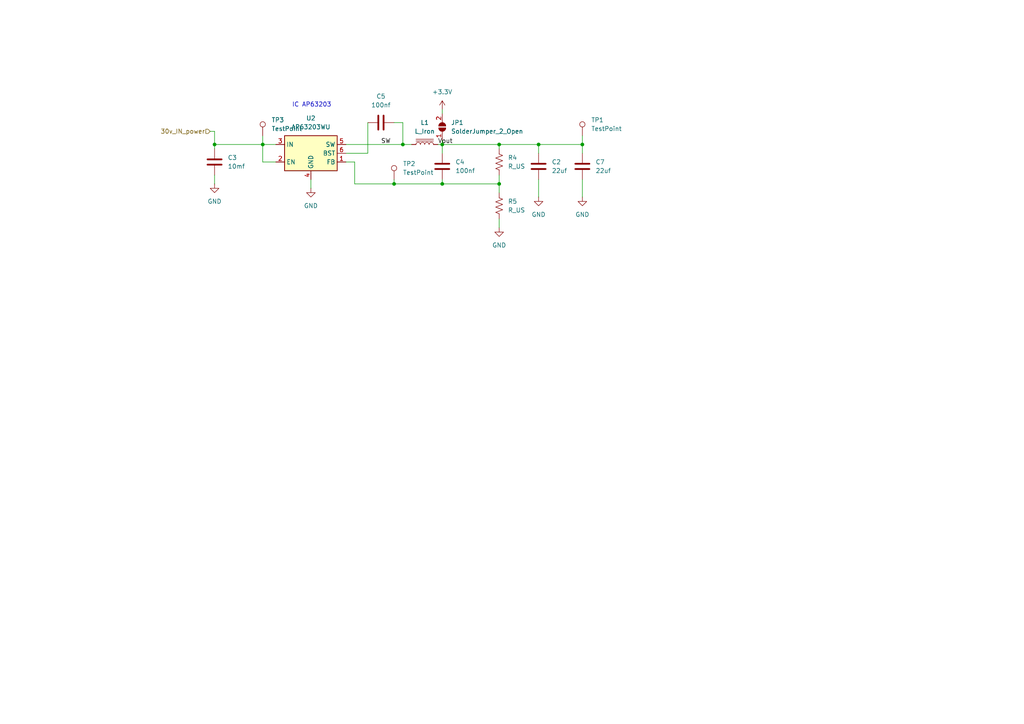
<source format=kicad_sch>
(kicad_sch
	(version 20231120)
	(generator "eeschema")
	(generator_version "8.0")
	(uuid "f319de47-5758-40a6-b80b-836c8115c4c8")
	(paper "A4")
	(lib_symbols
		(symbol "Connector:TestPoint"
			(pin_numbers hide)
			(pin_names
				(offset 0.762) hide)
			(exclude_from_sim no)
			(in_bom yes)
			(on_board yes)
			(property "Reference" "TP"
				(at 0 6.858 0)
				(effects
					(font
						(size 1.27 1.27)
					)
				)
			)
			(property "Value" "TestPoint"
				(at 0 5.08 0)
				(effects
					(font
						(size 1.27 1.27)
					)
				)
			)
			(property "Footprint" ""
				(at 5.08 0 0)
				(effects
					(font
						(size 1.27 1.27)
					)
					(hide yes)
				)
			)
			(property "Datasheet" "~"
				(at 5.08 0 0)
				(effects
					(font
						(size 1.27 1.27)
					)
					(hide yes)
				)
			)
			(property "Description" "test point"
				(at 0 0 0)
				(effects
					(font
						(size 1.27 1.27)
					)
					(hide yes)
				)
			)
			(property "ki_keywords" "test point tp"
				(at 0 0 0)
				(effects
					(font
						(size 1.27 1.27)
					)
					(hide yes)
				)
			)
			(property "ki_fp_filters" "Pin* Test*"
				(at 0 0 0)
				(effects
					(font
						(size 1.27 1.27)
					)
					(hide yes)
				)
			)
			(symbol "TestPoint_0_1"
				(circle
					(center 0 3.302)
					(radius 0.762)
					(stroke
						(width 0)
						(type default)
					)
					(fill
						(type none)
					)
				)
			)
			(symbol "TestPoint_1_1"
				(pin passive line
					(at 0 0 90)
					(length 2.54)
					(name "1"
						(effects
							(font
								(size 1.27 1.27)
							)
						)
					)
					(number "1"
						(effects
							(font
								(size 1.27 1.27)
							)
						)
					)
				)
			)
		)
		(symbol "Device:C"
			(pin_numbers hide)
			(pin_names
				(offset 0.254)
			)
			(exclude_from_sim no)
			(in_bom yes)
			(on_board yes)
			(property "Reference" "C"
				(at 0.635 2.54 0)
				(effects
					(font
						(size 1.27 1.27)
					)
					(justify left)
				)
			)
			(property "Value" "C"
				(at 0.635 -2.54 0)
				(effects
					(font
						(size 1.27 1.27)
					)
					(justify left)
				)
			)
			(property "Footprint" ""
				(at 0.9652 -3.81 0)
				(effects
					(font
						(size 1.27 1.27)
					)
					(hide yes)
				)
			)
			(property "Datasheet" "~"
				(at 0 0 0)
				(effects
					(font
						(size 1.27 1.27)
					)
					(hide yes)
				)
			)
			(property "Description" "Unpolarized capacitor"
				(at 0 0 0)
				(effects
					(font
						(size 1.27 1.27)
					)
					(hide yes)
				)
			)
			(property "ki_keywords" "cap capacitor"
				(at 0 0 0)
				(effects
					(font
						(size 1.27 1.27)
					)
					(hide yes)
				)
			)
			(property "ki_fp_filters" "C_*"
				(at 0 0 0)
				(effects
					(font
						(size 1.27 1.27)
					)
					(hide yes)
				)
			)
			(symbol "C_0_1"
				(polyline
					(pts
						(xy -2.032 -0.762) (xy 2.032 -0.762)
					)
					(stroke
						(width 0.508)
						(type default)
					)
					(fill
						(type none)
					)
				)
				(polyline
					(pts
						(xy -2.032 0.762) (xy 2.032 0.762)
					)
					(stroke
						(width 0.508)
						(type default)
					)
					(fill
						(type none)
					)
				)
			)
			(symbol "C_1_1"
				(pin passive line
					(at 0 3.81 270)
					(length 2.794)
					(name "~"
						(effects
							(font
								(size 1.27 1.27)
							)
						)
					)
					(number "1"
						(effects
							(font
								(size 1.27 1.27)
							)
						)
					)
				)
				(pin passive line
					(at 0 -3.81 90)
					(length 2.794)
					(name "~"
						(effects
							(font
								(size 1.27 1.27)
							)
						)
					)
					(number "2"
						(effects
							(font
								(size 1.27 1.27)
							)
						)
					)
				)
			)
		)
		(symbol "Device:L_Iron"
			(pin_numbers hide)
			(pin_names
				(offset 1.016) hide)
			(exclude_from_sim no)
			(in_bom yes)
			(on_board yes)
			(property "Reference" "L"
				(at -1.27 0 90)
				(effects
					(font
						(size 1.27 1.27)
					)
				)
			)
			(property "Value" "L_Iron"
				(at 2.794 0 90)
				(effects
					(font
						(size 1.27 1.27)
					)
				)
			)
			(property "Footprint" ""
				(at 0 0 0)
				(effects
					(font
						(size 1.27 1.27)
					)
					(hide yes)
				)
			)
			(property "Datasheet" "~"
				(at 0 0 0)
				(effects
					(font
						(size 1.27 1.27)
					)
					(hide yes)
				)
			)
			(property "Description" "Inductor with iron core"
				(at 0 0 0)
				(effects
					(font
						(size 1.27 1.27)
					)
					(hide yes)
				)
			)
			(property "ki_keywords" "inductor choke coil reactor magnetic"
				(at 0 0 0)
				(effects
					(font
						(size 1.27 1.27)
					)
					(hide yes)
				)
			)
			(property "ki_fp_filters" "Choke_* *Coil* Inductor_* L_*"
				(at 0 0 0)
				(effects
					(font
						(size 1.27 1.27)
					)
					(hide yes)
				)
			)
			(symbol "L_Iron_0_1"
				(arc
					(start 0 -2.54)
					(mid 0.6323 -1.905)
					(end 0 -1.27)
					(stroke
						(width 0)
						(type default)
					)
					(fill
						(type none)
					)
				)
				(arc
					(start 0 -1.27)
					(mid 0.6323 -0.635)
					(end 0 0)
					(stroke
						(width 0)
						(type default)
					)
					(fill
						(type none)
					)
				)
				(polyline
					(pts
						(xy 1.016 2.54) (xy 1.016 -2.54)
					)
					(stroke
						(width 0)
						(type default)
					)
					(fill
						(type none)
					)
				)
				(polyline
					(pts
						(xy 1.524 -2.54) (xy 1.524 2.54)
					)
					(stroke
						(width 0)
						(type default)
					)
					(fill
						(type none)
					)
				)
				(arc
					(start 0 0)
					(mid 0.6323 0.635)
					(end 0 1.27)
					(stroke
						(width 0)
						(type default)
					)
					(fill
						(type none)
					)
				)
				(arc
					(start 0 1.27)
					(mid 0.6323 1.905)
					(end 0 2.54)
					(stroke
						(width 0)
						(type default)
					)
					(fill
						(type none)
					)
				)
			)
			(symbol "L_Iron_1_1"
				(pin passive line
					(at 0 3.81 270)
					(length 1.27)
					(name "1"
						(effects
							(font
								(size 1.27 1.27)
							)
						)
					)
					(number "1"
						(effects
							(font
								(size 1.27 1.27)
							)
						)
					)
				)
				(pin passive line
					(at 0 -3.81 90)
					(length 1.27)
					(name "2"
						(effects
							(font
								(size 1.27 1.27)
							)
						)
					)
					(number "2"
						(effects
							(font
								(size 1.27 1.27)
							)
						)
					)
				)
			)
		)
		(symbol "Device:R_US"
			(pin_numbers hide)
			(pin_names
				(offset 0)
			)
			(exclude_from_sim no)
			(in_bom yes)
			(on_board yes)
			(property "Reference" "R"
				(at 2.54 0 90)
				(effects
					(font
						(size 1.27 1.27)
					)
				)
			)
			(property "Value" "R_US"
				(at -2.54 0 90)
				(effects
					(font
						(size 1.27 1.27)
					)
				)
			)
			(property "Footprint" ""
				(at 1.016 -0.254 90)
				(effects
					(font
						(size 1.27 1.27)
					)
					(hide yes)
				)
			)
			(property "Datasheet" "~"
				(at 0 0 0)
				(effects
					(font
						(size 1.27 1.27)
					)
					(hide yes)
				)
			)
			(property "Description" "Resistor, US symbol"
				(at 0 0 0)
				(effects
					(font
						(size 1.27 1.27)
					)
					(hide yes)
				)
			)
			(property "ki_keywords" "R res resistor"
				(at 0 0 0)
				(effects
					(font
						(size 1.27 1.27)
					)
					(hide yes)
				)
			)
			(property "ki_fp_filters" "R_*"
				(at 0 0 0)
				(effects
					(font
						(size 1.27 1.27)
					)
					(hide yes)
				)
			)
			(symbol "R_US_0_1"
				(polyline
					(pts
						(xy 0 -2.286) (xy 0 -2.54)
					)
					(stroke
						(width 0)
						(type default)
					)
					(fill
						(type none)
					)
				)
				(polyline
					(pts
						(xy 0 2.286) (xy 0 2.54)
					)
					(stroke
						(width 0)
						(type default)
					)
					(fill
						(type none)
					)
				)
				(polyline
					(pts
						(xy 0 -0.762) (xy 1.016 -1.143) (xy 0 -1.524) (xy -1.016 -1.905) (xy 0 -2.286)
					)
					(stroke
						(width 0)
						(type default)
					)
					(fill
						(type none)
					)
				)
				(polyline
					(pts
						(xy 0 0.762) (xy 1.016 0.381) (xy 0 0) (xy -1.016 -0.381) (xy 0 -0.762)
					)
					(stroke
						(width 0)
						(type default)
					)
					(fill
						(type none)
					)
				)
				(polyline
					(pts
						(xy 0 2.286) (xy 1.016 1.905) (xy 0 1.524) (xy -1.016 1.143) (xy 0 0.762)
					)
					(stroke
						(width 0)
						(type default)
					)
					(fill
						(type none)
					)
				)
			)
			(symbol "R_US_1_1"
				(pin passive line
					(at 0 3.81 270)
					(length 1.27)
					(name "~"
						(effects
							(font
								(size 1.27 1.27)
							)
						)
					)
					(number "1"
						(effects
							(font
								(size 1.27 1.27)
							)
						)
					)
				)
				(pin passive line
					(at 0 -3.81 90)
					(length 1.27)
					(name "~"
						(effects
							(font
								(size 1.27 1.27)
							)
						)
					)
					(number "2"
						(effects
							(font
								(size 1.27 1.27)
							)
						)
					)
				)
			)
		)
		(symbol "Jumper:SolderJumper_2_Open"
			(pin_names
				(offset 0) hide)
			(exclude_from_sim no)
			(in_bom yes)
			(on_board yes)
			(property "Reference" "JP"
				(at 0 2.032 0)
				(effects
					(font
						(size 1.27 1.27)
					)
				)
			)
			(property "Value" "SolderJumper_2_Open"
				(at 0 -2.54 0)
				(effects
					(font
						(size 1.27 1.27)
					)
				)
			)
			(property "Footprint" ""
				(at 0 0 0)
				(effects
					(font
						(size 1.27 1.27)
					)
					(hide yes)
				)
			)
			(property "Datasheet" "~"
				(at 0 0 0)
				(effects
					(font
						(size 1.27 1.27)
					)
					(hide yes)
				)
			)
			(property "Description" "Solder Jumper, 2-pole, open"
				(at 0 0 0)
				(effects
					(font
						(size 1.27 1.27)
					)
					(hide yes)
				)
			)
			(property "ki_keywords" "solder jumper SPST"
				(at 0 0 0)
				(effects
					(font
						(size 1.27 1.27)
					)
					(hide yes)
				)
			)
			(property "ki_fp_filters" "SolderJumper*Open*"
				(at 0 0 0)
				(effects
					(font
						(size 1.27 1.27)
					)
					(hide yes)
				)
			)
			(symbol "SolderJumper_2_Open_0_1"
				(arc
					(start -0.254 1.016)
					(mid -1.2656 0)
					(end -0.254 -1.016)
					(stroke
						(width 0)
						(type default)
					)
					(fill
						(type none)
					)
				)
				(arc
					(start -0.254 1.016)
					(mid -1.2656 0)
					(end -0.254 -1.016)
					(stroke
						(width 0)
						(type default)
					)
					(fill
						(type outline)
					)
				)
				(polyline
					(pts
						(xy -0.254 1.016) (xy -0.254 -1.016)
					)
					(stroke
						(width 0)
						(type default)
					)
					(fill
						(type none)
					)
				)
				(polyline
					(pts
						(xy 0.254 1.016) (xy 0.254 -1.016)
					)
					(stroke
						(width 0)
						(type default)
					)
					(fill
						(type none)
					)
				)
				(arc
					(start 0.254 -1.016)
					(mid 1.2656 0)
					(end 0.254 1.016)
					(stroke
						(width 0)
						(type default)
					)
					(fill
						(type none)
					)
				)
				(arc
					(start 0.254 -1.016)
					(mid 1.2656 0)
					(end 0.254 1.016)
					(stroke
						(width 0)
						(type default)
					)
					(fill
						(type outline)
					)
				)
			)
			(symbol "SolderJumper_2_Open_1_1"
				(pin passive line
					(at -3.81 0 0)
					(length 2.54)
					(name "A"
						(effects
							(font
								(size 1.27 1.27)
							)
						)
					)
					(number "1"
						(effects
							(font
								(size 1.27 1.27)
							)
						)
					)
				)
				(pin passive line
					(at 3.81 0 180)
					(length 2.54)
					(name "B"
						(effects
							(font
								(size 1.27 1.27)
							)
						)
					)
					(number "2"
						(effects
							(font
								(size 1.27 1.27)
							)
						)
					)
				)
			)
		)
		(symbol "Regulator_Switching:AP63203WU"
			(exclude_from_sim no)
			(in_bom yes)
			(on_board yes)
			(property "Reference" "U"
				(at -7.62 6.35 0)
				(effects
					(font
						(size 1.27 1.27)
					)
				)
			)
			(property "Value" "AP63203WU"
				(at 2.54 6.35 0)
				(effects
					(font
						(size 1.27 1.27)
					)
				)
			)
			(property "Footprint" "Package_TO_SOT_SMD:TSOT-23-6"
				(at 0 -22.86 0)
				(effects
					(font
						(size 1.27 1.27)
					)
					(hide yes)
				)
			)
			(property "Datasheet" "https://www.diodes.com/assets/Datasheets/AP63200-AP63201-AP63203-AP63205.pdf"
				(at 0 0 0)
				(effects
					(font
						(size 1.27 1.27)
					)
					(hide yes)
				)
			)
			(property "Description" "2A, 1.1MHz Buck DC/DC Converter, fixed 3.3V output voltage, TSOT-23-6"
				(at 0 0 0)
				(effects
					(font
						(size 1.27 1.27)
					)
					(hide yes)
				)
			)
			(property "ki_keywords" "2A Buck DC/DC"
				(at 0 0 0)
				(effects
					(font
						(size 1.27 1.27)
					)
					(hide yes)
				)
			)
			(property "ki_fp_filters" "TSOT?23*"
				(at 0 0 0)
				(effects
					(font
						(size 1.27 1.27)
					)
					(hide yes)
				)
			)
			(symbol "AP63203WU_0_1"
				(rectangle
					(start -7.62 5.08)
					(end 7.62 -5.08)
					(stroke
						(width 0.254)
						(type default)
					)
					(fill
						(type background)
					)
				)
			)
			(symbol "AP63203WU_1_1"
				(pin input line
					(at 10.16 -2.54 180)
					(length 2.54)
					(name "FB"
						(effects
							(font
								(size 1.27 1.27)
							)
						)
					)
					(number "1"
						(effects
							(font
								(size 1.27 1.27)
							)
						)
					)
				)
				(pin input line
					(at -10.16 -2.54 0)
					(length 2.54)
					(name "EN"
						(effects
							(font
								(size 1.27 1.27)
							)
						)
					)
					(number "2"
						(effects
							(font
								(size 1.27 1.27)
							)
						)
					)
				)
				(pin power_in line
					(at -10.16 2.54 0)
					(length 2.54)
					(name "IN"
						(effects
							(font
								(size 1.27 1.27)
							)
						)
					)
					(number "3"
						(effects
							(font
								(size 1.27 1.27)
							)
						)
					)
				)
				(pin power_in line
					(at 0 -7.62 90)
					(length 2.54)
					(name "GND"
						(effects
							(font
								(size 1.27 1.27)
							)
						)
					)
					(number "4"
						(effects
							(font
								(size 1.27 1.27)
							)
						)
					)
				)
				(pin output line
					(at 10.16 2.54 180)
					(length 2.54)
					(name "SW"
						(effects
							(font
								(size 1.27 1.27)
							)
						)
					)
					(number "5"
						(effects
							(font
								(size 1.27 1.27)
							)
						)
					)
				)
				(pin passive line
					(at 10.16 0 180)
					(length 2.54)
					(name "BST"
						(effects
							(font
								(size 1.27 1.27)
							)
						)
					)
					(number "6"
						(effects
							(font
								(size 1.27 1.27)
							)
						)
					)
				)
			)
		)
		(symbol "power:+3.3V"
			(power)
			(pin_numbers hide)
			(pin_names
				(offset 0) hide)
			(exclude_from_sim no)
			(in_bom yes)
			(on_board yes)
			(property "Reference" "#PWR"
				(at 0 -3.81 0)
				(effects
					(font
						(size 1.27 1.27)
					)
					(hide yes)
				)
			)
			(property "Value" "+3.3V"
				(at 0 3.556 0)
				(effects
					(font
						(size 1.27 1.27)
					)
				)
			)
			(property "Footprint" ""
				(at 0 0 0)
				(effects
					(font
						(size 1.27 1.27)
					)
					(hide yes)
				)
			)
			(property "Datasheet" ""
				(at 0 0 0)
				(effects
					(font
						(size 1.27 1.27)
					)
					(hide yes)
				)
			)
			(property "Description" "Power symbol creates a global label with name \"+3.3V\""
				(at 0 0 0)
				(effects
					(font
						(size 1.27 1.27)
					)
					(hide yes)
				)
			)
			(property "ki_keywords" "global power"
				(at 0 0 0)
				(effects
					(font
						(size 1.27 1.27)
					)
					(hide yes)
				)
			)
			(symbol "+3.3V_0_1"
				(polyline
					(pts
						(xy -0.762 1.27) (xy 0 2.54)
					)
					(stroke
						(width 0)
						(type default)
					)
					(fill
						(type none)
					)
				)
				(polyline
					(pts
						(xy 0 0) (xy 0 2.54)
					)
					(stroke
						(width 0)
						(type default)
					)
					(fill
						(type none)
					)
				)
				(polyline
					(pts
						(xy 0 2.54) (xy 0.762 1.27)
					)
					(stroke
						(width 0)
						(type default)
					)
					(fill
						(type none)
					)
				)
			)
			(symbol "+3.3V_1_1"
				(pin power_in line
					(at 0 0 90)
					(length 0)
					(name "~"
						(effects
							(font
								(size 1.27 1.27)
							)
						)
					)
					(number "1"
						(effects
							(font
								(size 1.27 1.27)
							)
						)
					)
				)
			)
		)
		(symbol "power:GND"
			(power)
			(pin_numbers hide)
			(pin_names
				(offset 0) hide)
			(exclude_from_sim no)
			(in_bom yes)
			(on_board yes)
			(property "Reference" "#PWR"
				(at 0 -6.35 0)
				(effects
					(font
						(size 1.27 1.27)
					)
					(hide yes)
				)
			)
			(property "Value" "GND"
				(at 0 -3.81 0)
				(effects
					(font
						(size 1.27 1.27)
					)
				)
			)
			(property "Footprint" ""
				(at 0 0 0)
				(effects
					(font
						(size 1.27 1.27)
					)
					(hide yes)
				)
			)
			(property "Datasheet" ""
				(at 0 0 0)
				(effects
					(font
						(size 1.27 1.27)
					)
					(hide yes)
				)
			)
			(property "Description" "Power symbol creates a global label with name \"GND\" , ground"
				(at 0 0 0)
				(effects
					(font
						(size 1.27 1.27)
					)
					(hide yes)
				)
			)
			(property "ki_keywords" "global power"
				(at 0 0 0)
				(effects
					(font
						(size 1.27 1.27)
					)
					(hide yes)
				)
			)
			(symbol "GND_0_1"
				(polyline
					(pts
						(xy 0 0) (xy 0 -1.27) (xy 1.27 -1.27) (xy 0 -2.54) (xy -1.27 -1.27) (xy 0 -1.27)
					)
					(stroke
						(width 0)
						(type default)
					)
					(fill
						(type none)
					)
				)
			)
			(symbol "GND_1_1"
				(pin power_in line
					(at 0 0 270)
					(length 0)
					(name "~"
						(effects
							(font
								(size 1.27 1.27)
							)
						)
					)
					(number "1"
						(effects
							(font
								(size 1.27 1.27)
							)
						)
					)
				)
			)
		)
	)
	(junction
		(at 116.84 41.91)
		(diameter 0)
		(color 0 0 0 0)
		(uuid "02f9472a-0198-487d-8503-8c87766beed4")
	)
	(junction
		(at 114.3 53.34)
		(diameter 0)
		(color 0 0 0 0)
		(uuid "124a4937-9438-463f-96af-e043f103cec0")
	)
	(junction
		(at 156.21 41.91)
		(diameter 0)
		(color 0 0 0 0)
		(uuid "156a4d83-9543-4afa-b218-93f8e7526d3d")
	)
	(junction
		(at 144.78 53.34)
		(diameter 0)
		(color 0 0 0 0)
		(uuid "3b1b9261-6cf9-42b0-a470-ba34b33949a5")
	)
	(junction
		(at 128.27 53.34)
		(diameter 0)
		(color 0 0 0 0)
		(uuid "67390f41-c3e9-4216-8641-4684c817f87d")
	)
	(junction
		(at 62.23 41.91)
		(diameter 0)
		(color 0 0 0 0)
		(uuid "8c3c84f5-2ef3-41ac-aedf-9d3b7f62cc7d")
	)
	(junction
		(at 168.91 41.91)
		(diameter 0)
		(color 0 0 0 0)
		(uuid "bd99ec2e-0e86-4125-9063-48b4d5ae810b")
	)
	(junction
		(at 76.2 41.91)
		(diameter 0)
		(color 0 0 0 0)
		(uuid "c02c2b91-5794-4266-ba08-fce4b1a44358")
	)
	(junction
		(at 144.78 41.91)
		(diameter 0)
		(color 0 0 0 0)
		(uuid "d95f6e3f-d27a-4028-bf15-b624d1c9c22c")
	)
	(junction
		(at 128.27 41.91)
		(diameter 0)
		(color 0 0 0 0)
		(uuid "ebc98df1-ebd3-40ee-8bf2-eaccc9682b3e")
	)
	(wire
		(pts
			(xy 127 41.91) (xy 128.27 41.91)
		)
		(stroke
			(width 0)
			(type default)
		)
		(uuid "0172034d-42fa-470a-bed6-1289095dcc28")
	)
	(wire
		(pts
			(xy 114.3 52.07) (xy 114.3 53.34)
		)
		(stroke
			(width 0)
			(type default)
		)
		(uuid "062a5881-dd76-4c43-a342-8115c0adc469")
	)
	(wire
		(pts
			(xy 90.17 52.07) (xy 90.17 54.61)
		)
		(stroke
			(width 0)
			(type default)
		)
		(uuid "0be1bb9e-cb45-49e9-92b9-d7b74aeb6caa")
	)
	(wire
		(pts
			(xy 168.91 39.37) (xy 168.91 41.91)
		)
		(stroke
			(width 0)
			(type default)
		)
		(uuid "0d24b6ea-752a-4be0-a290-c1375fc5f59d")
	)
	(wire
		(pts
			(xy 62.23 50.8) (xy 62.23 53.34)
		)
		(stroke
			(width 0)
			(type default)
		)
		(uuid "12aee748-42e8-401b-8d33-bd0e4b8a9a9e")
	)
	(wire
		(pts
			(xy 60.96 38.1) (xy 62.23 38.1)
		)
		(stroke
			(width 0)
			(type default)
		)
		(uuid "12ba5445-c64c-44a9-9b0b-8aee68ebe941")
	)
	(wire
		(pts
			(xy 128.27 53.34) (xy 128.27 52.07)
		)
		(stroke
			(width 0)
			(type default)
		)
		(uuid "1b0484c6-07d3-461d-8683-ebbaf7aca38b")
	)
	(wire
		(pts
			(xy 80.01 41.91) (xy 76.2 41.91)
		)
		(stroke
			(width 0)
			(type default)
		)
		(uuid "23d992c6-9f69-47e9-87ac-a49dab016ebd")
	)
	(wire
		(pts
			(xy 114.3 35.56) (xy 116.84 35.56)
		)
		(stroke
			(width 0)
			(type default)
		)
		(uuid "245ff64b-da02-45e9-b10c-13be237d20bb")
	)
	(wire
		(pts
			(xy 116.84 35.56) (xy 116.84 41.91)
		)
		(stroke
			(width 0)
			(type default)
		)
		(uuid "246065f2-308b-4203-995d-9c4ada5ab0ca")
	)
	(wire
		(pts
			(xy 144.78 43.18) (xy 144.78 41.91)
		)
		(stroke
			(width 0)
			(type default)
		)
		(uuid "26b55e3d-6413-46dc-8142-b2b50cb4d9f4")
	)
	(wire
		(pts
			(xy 116.84 41.91) (xy 119.38 41.91)
		)
		(stroke
			(width 0)
			(type default)
		)
		(uuid "387bc918-bced-4728-8521-7badb780f7b4")
	)
	(wire
		(pts
			(xy 156.21 44.45) (xy 156.21 41.91)
		)
		(stroke
			(width 0)
			(type default)
		)
		(uuid "44966421-5c98-426a-b9de-4909ca61db95")
	)
	(wire
		(pts
			(xy 128.27 41.91) (xy 128.27 44.45)
		)
		(stroke
			(width 0)
			(type default)
		)
		(uuid "45094a06-6a9a-46c0-b387-23f460a35be7")
	)
	(wire
		(pts
			(xy 76.2 39.37) (xy 76.2 41.91)
		)
		(stroke
			(width 0)
			(type default)
		)
		(uuid "560c1897-d8a3-4f57-b8f2-b63b086d5daf")
	)
	(wire
		(pts
			(xy 144.78 53.34) (xy 144.78 55.88)
		)
		(stroke
			(width 0)
			(type default)
		)
		(uuid "58a63330-f2a1-479a-af85-52374945c984")
	)
	(wire
		(pts
			(xy 106.68 44.45) (xy 106.68 35.56)
		)
		(stroke
			(width 0)
			(type default)
		)
		(uuid "5c88cc42-6832-4773-ad44-3fca40f10524")
	)
	(wire
		(pts
			(xy 168.91 44.45) (xy 168.91 41.91)
		)
		(stroke
			(width 0)
			(type default)
		)
		(uuid "6a9ae448-f369-47a6-a2d3-9190771e594b")
	)
	(wire
		(pts
			(xy 76.2 41.91) (xy 62.23 41.91)
		)
		(stroke
			(width 0)
			(type default)
		)
		(uuid "6c2a6b57-725b-42bc-8376-6b471dda17d9")
	)
	(wire
		(pts
			(xy 168.91 41.91) (xy 156.21 41.91)
		)
		(stroke
			(width 0)
			(type default)
		)
		(uuid "7d81070b-09cd-4ccb-aa7b-1a7993d58a18")
	)
	(wire
		(pts
			(xy 102.87 53.34) (xy 114.3 53.34)
		)
		(stroke
			(width 0)
			(type default)
		)
		(uuid "80a21ad5-01f8-443b-89e5-cfe0834e1500")
	)
	(wire
		(pts
			(xy 156.21 41.91) (xy 144.78 41.91)
		)
		(stroke
			(width 0)
			(type default)
		)
		(uuid "8924b730-4a4a-42f9-994c-9cce008348a9")
	)
	(wire
		(pts
			(xy 100.33 44.45) (xy 106.68 44.45)
		)
		(stroke
			(width 0)
			(type default)
		)
		(uuid "95e3c8cc-3591-4227-ba0b-6cf302043226")
	)
	(wire
		(pts
			(xy 62.23 38.1) (xy 62.23 41.91)
		)
		(stroke
			(width 0)
			(type default)
		)
		(uuid "95ecfbc1-e06b-422c-9570-8175587e709f")
	)
	(wire
		(pts
			(xy 80.01 46.99) (xy 76.2 46.99)
		)
		(stroke
			(width 0)
			(type default)
		)
		(uuid "9b6b3de5-d443-436a-b7b0-c922c121f3f4")
	)
	(wire
		(pts
			(xy 62.23 41.91) (xy 62.23 43.18)
		)
		(stroke
			(width 0)
			(type default)
		)
		(uuid "9dd1c945-519e-40d3-b882-332fad481030")
	)
	(wire
		(pts
			(xy 114.3 53.34) (xy 128.27 53.34)
		)
		(stroke
			(width 0)
			(type default)
		)
		(uuid "a3a157c9-ce23-4a5e-b2ee-0aa89a148180")
	)
	(wire
		(pts
			(xy 102.87 46.99) (xy 102.87 53.34)
		)
		(stroke
			(width 0)
			(type default)
		)
		(uuid "a57ad41b-56a8-48d6-8637-d5043dca9b3c")
	)
	(wire
		(pts
			(xy 128.27 31.75) (xy 128.27 33.02)
		)
		(stroke
			(width 0)
			(type default)
		)
		(uuid "aaa05373-6689-488b-8b37-f4af86a8ae84")
	)
	(wire
		(pts
			(xy 168.91 52.07) (xy 168.91 57.15)
		)
		(stroke
			(width 0)
			(type default)
		)
		(uuid "ac2cb8c4-0487-4100-b19c-e74047329716")
	)
	(wire
		(pts
			(xy 144.78 41.91) (xy 128.27 41.91)
		)
		(stroke
			(width 0)
			(type default)
		)
		(uuid "ac473e8c-74c0-4333-aaa6-ddb83efc3bc9")
	)
	(wire
		(pts
			(xy 156.21 52.07) (xy 156.21 57.15)
		)
		(stroke
			(width 0)
			(type default)
		)
		(uuid "af5d5511-c7d9-455b-8ebb-67e903351055")
	)
	(wire
		(pts
			(xy 144.78 63.5) (xy 144.78 66.04)
		)
		(stroke
			(width 0)
			(type default)
		)
		(uuid "b2ac3b6d-3724-4c1a-80b4-02762e5a1cb2")
	)
	(wire
		(pts
			(xy 100.33 41.91) (xy 116.84 41.91)
		)
		(stroke
			(width 0)
			(type default)
		)
		(uuid "b5af619c-86f2-4e90-bb57-2c44a588d639")
	)
	(wire
		(pts
			(xy 128.27 40.64) (xy 128.27 41.91)
		)
		(stroke
			(width 0)
			(type default)
		)
		(uuid "bdcd4ade-2174-4920-b96a-c73ef72f5139")
	)
	(wire
		(pts
			(xy 128.27 53.34) (xy 144.78 53.34)
		)
		(stroke
			(width 0)
			(type default)
		)
		(uuid "ca9b1bd5-a79c-41e8-84d2-30ad2f1b8ad2")
	)
	(wire
		(pts
			(xy 76.2 46.99) (xy 76.2 41.91)
		)
		(stroke
			(width 0)
			(type default)
		)
		(uuid "cb63dae0-fe36-47e5-a74a-095d74f19851")
	)
	(wire
		(pts
			(xy 102.87 46.99) (xy 100.33 46.99)
		)
		(stroke
			(width 0)
			(type default)
		)
		(uuid "ded4e9c8-ddea-4dd3-97b7-ff8575b60da3")
	)
	(wire
		(pts
			(xy 144.78 50.8) (xy 144.78 53.34)
		)
		(stroke
			(width 0)
			(type default)
		)
		(uuid "f10a6000-cbd0-47f9-b7e0-3d0068cf2c54")
	)
	(text "IC AP63203\n"
		(exclude_from_sim no)
		(at 90.424 30.48 0)
		(effects
			(font
				(size 1.27 1.27)
			)
		)
		(uuid "82846acd-da59-4a07-840b-743d3ec581a9")
	)
	(label "Vout"
		(at 127 41.91 0)
		(fields_autoplaced yes)
		(effects
			(font
				(size 1.27 1.27)
			)
			(justify left bottom)
		)
		(uuid "43208baf-5b37-47dd-8dfd-d85ae6c67fd2")
	)
	(label "SW"
		(at 110.49 41.91 0)
		(fields_autoplaced yes)
		(effects
			(font
				(size 1.27 1.27)
			)
			(justify left bottom)
		)
		(uuid "66e5f7b2-f357-4864-94fc-3aa23564c03a")
	)
	(hierarchical_label "30v_IN_power"
		(shape input)
		(at 60.96 38.1 180)
		(fields_autoplaced yes)
		(effects
			(font
				(size 1.27 1.27)
			)
			(justify right)
		)
		(uuid "ae3b5428-46d9-4e75-860b-8a7b62efdb56")
	)
	(symbol
		(lib_id "Device:C")
		(at 62.23 46.99 0)
		(unit 1)
		(exclude_from_sim no)
		(in_bom yes)
		(on_board yes)
		(dnp no)
		(fields_autoplaced yes)
		(uuid "29ae29e1-fee5-4102-9de1-13ba5b0bf4a5")
		(property "Reference" "C3"
			(at 66.04 45.7199 0)
			(effects
				(font
					(size 1.27 1.27)
				)
				(justify left)
			)
		)
		(property "Value" "10mf"
			(at 66.04 48.2599 0)
			(effects
				(font
					(size 1.27 1.27)
				)
				(justify left)
			)
		)
		(property "Footprint" "Capacitor_SMD:C_1206_3216Metric"
			(at 63.1952 50.8 0)
			(effects
				(font
					(size 1.27 1.27)
				)
				(hide yes)
			)
		)
		(property "Datasheet" "~"
			(at 62.23 46.99 0)
			(effects
				(font
					(size 1.27 1.27)
				)
				(hide yes)
			)
		)
		(property "Description" "Unpolarized capacitor"
			(at 62.23 46.99 0)
			(effects
				(font
					(size 1.27 1.27)
				)
				(hide yes)
			)
		)
		(pin "1"
			(uuid "a0caee0f-250b-4e2f-a08b-4b82d56b7c0f")
		)
		(pin "2"
			(uuid "0fa0064f-6001-4184-a33d-b36cb287a295")
		)
		(instances
			(project "ZorionX-Nivara"
				(path "/ae5c9891-8291-492e-8a61-8ac340267b67/d47eca49-96e4-4138-8979-47bb60019f67/67b154d6-e51e-4b3c-869c-5576b054501d"
					(reference "C3")
					(unit 1)
				)
			)
		)
	)
	(symbol
		(lib_id "power:+3.3V")
		(at 128.27 31.75 0)
		(unit 1)
		(exclude_from_sim no)
		(in_bom yes)
		(on_board yes)
		(dnp no)
		(fields_autoplaced yes)
		(uuid "2a3e9313-dbfd-4db8-bddd-649e0195529d")
		(property "Reference" "#PWR03"
			(at 128.27 35.56 0)
			(effects
				(font
					(size 1.27 1.27)
				)
				(hide yes)
			)
		)
		(property "Value" "+3.3V"
			(at 128.27 26.67 0)
			(effects
				(font
					(size 1.27 1.27)
				)
			)
		)
		(property "Footprint" ""
			(at 128.27 31.75 0)
			(effects
				(font
					(size 1.27 1.27)
				)
				(hide yes)
			)
		)
		(property "Datasheet" ""
			(at 128.27 31.75 0)
			(effects
				(font
					(size 1.27 1.27)
				)
				(hide yes)
			)
		)
		(property "Description" "Power symbol creates a global label with name \"+3.3V\""
			(at 128.27 31.75 0)
			(effects
				(font
					(size 1.27 1.27)
				)
				(hide yes)
			)
		)
		(pin "1"
			(uuid "5931689b-f8ea-45e4-90c3-87e774d9c7cf")
		)
		(instances
			(project "ZorionX-Nivara"
				(path "/ae5c9891-8291-492e-8a61-8ac340267b67/d47eca49-96e4-4138-8979-47bb60019f67/67b154d6-e51e-4b3c-869c-5576b054501d"
					(reference "#PWR03")
					(unit 1)
				)
			)
		)
	)
	(symbol
		(lib_id "Device:C")
		(at 156.21 48.26 0)
		(unit 1)
		(exclude_from_sim no)
		(in_bom yes)
		(on_board yes)
		(dnp no)
		(fields_autoplaced yes)
		(uuid "5d3d4d4b-2735-40a4-b27c-d82b631448f6")
		(property "Reference" "C2"
			(at 160.02 46.9899 0)
			(effects
				(font
					(size 1.27 1.27)
				)
				(justify left)
			)
		)
		(property "Value" "22uf"
			(at 160.02 49.5299 0)
			(effects
				(font
					(size 1.27 1.27)
				)
				(justify left)
			)
		)
		(property "Footprint" "Capacitor_SMD:C_0805_2012Metric"
			(at 157.1752 52.07 0)
			(effects
				(font
					(size 1.27 1.27)
				)
				(hide yes)
			)
		)
		(property "Datasheet" "~"
			(at 156.21 48.26 0)
			(effects
				(font
					(size 1.27 1.27)
				)
				(hide yes)
			)
		)
		(property "Description" "Unpolarized capacitor"
			(at 156.21 48.26 0)
			(effects
				(font
					(size 1.27 1.27)
				)
				(hide yes)
			)
		)
		(pin "1"
			(uuid "137ce01d-e0b1-40b1-a2af-be5f024877fe")
		)
		(pin "2"
			(uuid "e9b64847-d4db-43c1-8f27-a35b8bdda5b9")
		)
		(instances
			(project "ZorionX-Nivara"
				(path "/ae5c9891-8291-492e-8a61-8ac340267b67/d47eca49-96e4-4138-8979-47bb60019f67/67b154d6-e51e-4b3c-869c-5576b054501d"
					(reference "C2")
					(unit 1)
				)
			)
		)
	)
	(symbol
		(lib_id "Device:R_US")
		(at 144.78 59.69 0)
		(unit 1)
		(exclude_from_sim no)
		(in_bom yes)
		(on_board yes)
		(dnp no)
		(fields_autoplaced yes)
		(uuid "684bb1a7-c7a8-4f4e-930a-a0e23f1a1125")
		(property "Reference" "R5"
			(at 147.32 58.4199 0)
			(effects
				(font
					(size 1.27 1.27)
				)
				(justify left)
			)
		)
		(property "Value" "R_US"
			(at 147.32 60.9599 0)
			(effects
				(font
					(size 1.27 1.27)
				)
				(justify left)
			)
		)
		(property "Footprint" "Resistor_SMD:R_0603_1608Metric"
			(at 145.796 59.944 90)
			(effects
				(font
					(size 1.27 1.27)
				)
				(hide yes)
			)
		)
		(property "Datasheet" "~"
			(at 144.78 59.69 0)
			(effects
				(font
					(size 1.27 1.27)
				)
				(hide yes)
			)
		)
		(property "Description" "Resistor, US symbol"
			(at 144.78 59.69 0)
			(effects
				(font
					(size 1.27 1.27)
				)
				(hide yes)
			)
		)
		(pin "1"
			(uuid "d0d5d58e-73e4-45cf-9547-08beff40d232")
		)
		(pin "2"
			(uuid "22f5ffda-2b53-49c3-b3d4-e75bb6f19699")
		)
		(instances
			(project "ZorionX-Nivara"
				(path "/ae5c9891-8291-492e-8a61-8ac340267b67/d47eca49-96e4-4138-8979-47bb60019f67/67b154d6-e51e-4b3c-869c-5576b054501d"
					(reference "R5")
					(unit 1)
				)
			)
		)
	)
	(symbol
		(lib_id "Connector:TestPoint")
		(at 76.2 39.37 0)
		(unit 1)
		(exclude_from_sim no)
		(in_bom yes)
		(on_board yes)
		(dnp no)
		(fields_autoplaced yes)
		(uuid "76ed4da0-5be5-4ca3-8a81-56a6cef01d08")
		(property "Reference" "TP3"
			(at 78.74 34.7979 0)
			(effects
				(font
					(size 1.27 1.27)
				)
				(justify left)
			)
		)
		(property "Value" "TestPoint"
			(at 78.74 37.3379 0)
			(effects
				(font
					(size 1.27 1.27)
				)
				(justify left)
			)
		)
		(property "Footprint" "TestPoint:TestPoint_THTPad_1.0x1.0mm_Drill0.5mm"
			(at 81.28 39.37 0)
			(effects
				(font
					(size 1.27 1.27)
				)
				(hide yes)
			)
		)
		(property "Datasheet" "~"
			(at 81.28 39.37 0)
			(effects
				(font
					(size 1.27 1.27)
				)
				(hide yes)
			)
		)
		(property "Description" "test point"
			(at 76.2 39.37 0)
			(effects
				(font
					(size 1.27 1.27)
				)
				(hide yes)
			)
		)
		(pin "1"
			(uuid "ac7e85b4-e8a8-4541-b366-f70494d74ee2")
		)
		(instances
			(project "ZorionX-Nivara"
				(path "/ae5c9891-8291-492e-8a61-8ac340267b67/d47eca49-96e4-4138-8979-47bb60019f67/67b154d6-e51e-4b3c-869c-5576b054501d"
					(reference "TP3")
					(unit 1)
				)
			)
		)
	)
	(symbol
		(lib_id "Connector:TestPoint")
		(at 114.3 52.07 0)
		(unit 1)
		(exclude_from_sim no)
		(in_bom yes)
		(on_board yes)
		(dnp no)
		(fields_autoplaced yes)
		(uuid "8691af09-986d-4f75-b191-f82707d1cc39")
		(property "Reference" "TP2"
			(at 116.84 47.4979 0)
			(effects
				(font
					(size 1.27 1.27)
				)
				(justify left)
			)
		)
		(property "Value" "TestPoint"
			(at 116.84 50.0379 0)
			(effects
				(font
					(size 1.27 1.27)
				)
				(justify left)
			)
		)
		(property "Footprint" "TestPoint:TestPoint_THTPad_1.0x1.0mm_Drill0.5mm"
			(at 119.38 52.07 0)
			(effects
				(font
					(size 1.27 1.27)
				)
				(hide yes)
			)
		)
		(property "Datasheet" "~"
			(at 119.38 52.07 0)
			(effects
				(font
					(size 1.27 1.27)
				)
				(hide yes)
			)
		)
		(property "Description" "test point"
			(at 114.3 52.07 0)
			(effects
				(font
					(size 1.27 1.27)
				)
				(hide yes)
			)
		)
		(pin "1"
			(uuid "327530f8-741b-4eb9-9d30-9f8f0ab6c2da")
		)
		(instances
			(project "ZorionX-Nivara"
				(path "/ae5c9891-8291-492e-8a61-8ac340267b67/d47eca49-96e4-4138-8979-47bb60019f67/67b154d6-e51e-4b3c-869c-5576b054501d"
					(reference "TP2")
					(unit 1)
				)
			)
		)
	)
	(symbol
		(lib_id "Device:L_Iron")
		(at 123.19 41.91 90)
		(unit 1)
		(exclude_from_sim no)
		(in_bom yes)
		(on_board yes)
		(dnp no)
		(fields_autoplaced yes)
		(uuid "8cced312-ceae-4017-8c24-86b29cdfba09")
		(property "Reference" "L1"
			(at 123.19 35.56 90)
			(effects
				(font
					(size 1.27 1.27)
				)
			)
		)
		(property "Value" "L_Iron"
			(at 123.19 38.1 90)
			(effects
				(font
					(size 1.27 1.27)
				)
			)
		)
		(property "Footprint" "Inductor_SMD:L_Bourns-SRN6028"
			(at 123.19 41.91 0)
			(effects
				(font
					(size 1.27 1.27)
				)
				(hide yes)
			)
		)
		(property "Datasheet" "~"
			(at 123.19 41.91 0)
			(effects
				(font
					(size 1.27 1.27)
				)
				(hide yes)
			)
		)
		(property "Description" "Inductor with iron core"
			(at 123.19 41.91 0)
			(effects
				(font
					(size 1.27 1.27)
				)
				(hide yes)
			)
		)
		(pin "1"
			(uuid "15bc9418-328d-43c5-b020-1fc112314ef3")
		)
		(pin "2"
			(uuid "5d6aff53-e87d-4225-916c-31837a1600b3")
		)
		(instances
			(project "ZorionX-Nivara"
				(path "/ae5c9891-8291-492e-8a61-8ac340267b67/d47eca49-96e4-4138-8979-47bb60019f67/67b154d6-e51e-4b3c-869c-5576b054501d"
					(reference "L1")
					(unit 1)
				)
			)
		)
	)
	(symbol
		(lib_id "power:GND")
		(at 168.91 57.15 0)
		(unit 1)
		(exclude_from_sim no)
		(in_bom yes)
		(on_board yes)
		(dnp no)
		(fields_autoplaced yes)
		(uuid "938a2a2a-2e5b-4ee9-bdb7-9b3cab9b94d8")
		(property "Reference" "#PWR017"
			(at 168.91 63.5 0)
			(effects
				(font
					(size 1.27 1.27)
				)
				(hide yes)
			)
		)
		(property "Value" "GND"
			(at 168.91 62.23 0)
			(effects
				(font
					(size 1.27 1.27)
				)
			)
		)
		(property "Footprint" ""
			(at 168.91 57.15 0)
			(effects
				(font
					(size 1.27 1.27)
				)
				(hide yes)
			)
		)
		(property "Datasheet" ""
			(at 168.91 57.15 0)
			(effects
				(font
					(size 1.27 1.27)
				)
				(hide yes)
			)
		)
		(property "Description" "Power symbol creates a global label with name \"GND\" , ground"
			(at 168.91 57.15 0)
			(effects
				(font
					(size 1.27 1.27)
				)
				(hide yes)
			)
		)
		(pin "1"
			(uuid "da1742dc-9898-4812-8c1a-3d12ca9731ac")
		)
		(instances
			(project "ZorionX-Nivara"
				(path "/ae5c9891-8291-492e-8a61-8ac340267b67/d47eca49-96e4-4138-8979-47bb60019f67/67b154d6-e51e-4b3c-869c-5576b054501d"
					(reference "#PWR017")
					(unit 1)
				)
			)
		)
	)
	(symbol
		(lib_id "Device:C")
		(at 110.49 35.56 90)
		(unit 1)
		(exclude_from_sim no)
		(in_bom yes)
		(on_board yes)
		(dnp no)
		(fields_autoplaced yes)
		(uuid "985583c3-5f4b-4c04-b4bd-6aa2b601455d")
		(property "Reference" "C5"
			(at 110.49 27.94 90)
			(effects
				(font
					(size 1.27 1.27)
				)
			)
		)
		(property "Value" "100nf"
			(at 110.49 30.48 90)
			(effects
				(font
					(size 1.27 1.27)
				)
			)
		)
		(property "Footprint" "Capacitor_SMD:C_0603_1608Metric"
			(at 114.3 34.5948 0)
			(effects
				(font
					(size 1.27 1.27)
				)
				(hide yes)
			)
		)
		(property "Datasheet" "~"
			(at 110.49 35.56 0)
			(effects
				(font
					(size 1.27 1.27)
				)
				(hide yes)
			)
		)
		(property "Description" "Unpolarized capacitor"
			(at 110.49 35.56 0)
			(effects
				(font
					(size 1.27 1.27)
				)
				(hide yes)
			)
		)
		(pin "1"
			(uuid "1fd1cb85-4167-4386-a7c9-2ff8765e90d0")
		)
		(pin "2"
			(uuid "b40bc729-dff4-4307-bdcf-76a388b9c0b0")
		)
		(instances
			(project "ZorionX-Nivara"
				(path "/ae5c9891-8291-492e-8a61-8ac340267b67/d47eca49-96e4-4138-8979-47bb60019f67/67b154d6-e51e-4b3c-869c-5576b054501d"
					(reference "C5")
					(unit 1)
				)
			)
		)
	)
	(symbol
		(lib_id "power:GND")
		(at 156.21 57.15 0)
		(unit 1)
		(exclude_from_sim no)
		(in_bom yes)
		(on_board yes)
		(dnp no)
		(fields_autoplaced yes)
		(uuid "9e1713c0-b1fd-435f-a89c-b18adf4e7ae7")
		(property "Reference" "#PWR016"
			(at 156.21 63.5 0)
			(effects
				(font
					(size 1.27 1.27)
				)
				(hide yes)
			)
		)
		(property "Value" "GND"
			(at 156.21 62.23 0)
			(effects
				(font
					(size 1.27 1.27)
				)
			)
		)
		(property "Footprint" ""
			(at 156.21 57.15 0)
			(effects
				(font
					(size 1.27 1.27)
				)
				(hide yes)
			)
		)
		(property "Datasheet" ""
			(at 156.21 57.15 0)
			(effects
				(font
					(size 1.27 1.27)
				)
				(hide yes)
			)
		)
		(property "Description" "Power symbol creates a global label with name \"GND\" , ground"
			(at 156.21 57.15 0)
			(effects
				(font
					(size 1.27 1.27)
				)
				(hide yes)
			)
		)
		(pin "1"
			(uuid "83831ec2-d693-462f-9ad9-dd7091ed60e8")
		)
		(instances
			(project "ZorionX-Nivara"
				(path "/ae5c9891-8291-492e-8a61-8ac340267b67/d47eca49-96e4-4138-8979-47bb60019f67/67b154d6-e51e-4b3c-869c-5576b054501d"
					(reference "#PWR016")
					(unit 1)
				)
			)
		)
	)
	(symbol
		(lib_id "Device:C")
		(at 128.27 48.26 0)
		(unit 1)
		(exclude_from_sim no)
		(in_bom yes)
		(on_board yes)
		(dnp no)
		(fields_autoplaced yes)
		(uuid "a5985ddd-dda0-4ecb-97d1-4b71af0123b8")
		(property "Reference" "C4"
			(at 132.08 46.9899 0)
			(effects
				(font
					(size 1.27 1.27)
				)
				(justify left)
			)
		)
		(property "Value" "100nf"
			(at 132.08 49.5299 0)
			(effects
				(font
					(size 1.27 1.27)
				)
				(justify left)
			)
		)
		(property "Footprint" "Capacitor_SMD:C_0603_1608Metric"
			(at 129.2352 52.07 0)
			(effects
				(font
					(size 1.27 1.27)
				)
				(hide yes)
			)
		)
		(property "Datasheet" "~"
			(at 128.27 48.26 0)
			(effects
				(font
					(size 1.27 1.27)
				)
				(hide yes)
			)
		)
		(property "Description" "Unpolarized capacitor"
			(at 128.27 48.26 0)
			(effects
				(font
					(size 1.27 1.27)
				)
				(hide yes)
			)
		)
		(pin "1"
			(uuid "2844dc33-fa94-4687-b0f5-842ef05dccf1")
		)
		(pin "2"
			(uuid "5398cf1a-f5ce-469e-aa81-7e9dd8a610d8")
		)
		(instances
			(project "ZorionX-Nivara"
				(path "/ae5c9891-8291-492e-8a61-8ac340267b67/d47eca49-96e4-4138-8979-47bb60019f67/67b154d6-e51e-4b3c-869c-5576b054501d"
					(reference "C4")
					(unit 1)
				)
			)
		)
	)
	(symbol
		(lib_id "Device:R_US")
		(at 144.78 46.99 0)
		(unit 1)
		(exclude_from_sim no)
		(in_bom yes)
		(on_board yes)
		(dnp no)
		(fields_autoplaced yes)
		(uuid "aab333d6-af03-4b2a-bbc8-4c72451a9eb3")
		(property "Reference" "R4"
			(at 147.32 45.7199 0)
			(effects
				(font
					(size 1.27 1.27)
				)
				(justify left)
			)
		)
		(property "Value" "R_US"
			(at 147.32 48.2599 0)
			(effects
				(font
					(size 1.27 1.27)
				)
				(justify left)
			)
		)
		(property "Footprint" "Resistor_SMD:R_0603_1608Metric"
			(at 145.796 47.244 90)
			(effects
				(font
					(size 1.27 1.27)
				)
				(hide yes)
			)
		)
		(property "Datasheet" "~"
			(at 144.78 46.99 0)
			(effects
				(font
					(size 1.27 1.27)
				)
				(hide yes)
			)
		)
		(property "Description" "Resistor, US symbol"
			(at 144.78 46.99 0)
			(effects
				(font
					(size 1.27 1.27)
				)
				(hide yes)
			)
		)
		(pin "1"
			(uuid "b0569910-579e-4d3c-9bb3-f0408d17f0ad")
		)
		(pin "2"
			(uuid "3e582a5a-5288-4afe-8c13-726c89d8ad67")
		)
		(instances
			(project "ZorionX-Nivara"
				(path "/ae5c9891-8291-492e-8a61-8ac340267b67/d47eca49-96e4-4138-8979-47bb60019f67/67b154d6-e51e-4b3c-869c-5576b054501d"
					(reference "R4")
					(unit 1)
				)
			)
		)
	)
	(symbol
		(lib_id "power:GND")
		(at 62.23 53.34 0)
		(unit 1)
		(exclude_from_sim no)
		(in_bom yes)
		(on_board yes)
		(dnp no)
		(fields_autoplaced yes)
		(uuid "b034d37f-bcc7-4d53-bdbc-0294c2b0ecd1")
		(property "Reference" "#PWR013"
			(at 62.23 59.69 0)
			(effects
				(font
					(size 1.27 1.27)
				)
				(hide yes)
			)
		)
		(property "Value" "GND"
			(at 62.23 58.42 0)
			(effects
				(font
					(size 1.27 1.27)
				)
			)
		)
		(property "Footprint" ""
			(at 62.23 53.34 0)
			(effects
				(font
					(size 1.27 1.27)
				)
				(hide yes)
			)
		)
		(property "Datasheet" ""
			(at 62.23 53.34 0)
			(effects
				(font
					(size 1.27 1.27)
				)
				(hide yes)
			)
		)
		(property "Description" "Power symbol creates a global label with name \"GND\" , ground"
			(at 62.23 53.34 0)
			(effects
				(font
					(size 1.27 1.27)
				)
				(hide yes)
			)
		)
		(pin "1"
			(uuid "c5303380-5156-4d66-82c4-863fa0506d9d")
		)
		(instances
			(project "ZorionX-Nivara"
				(path "/ae5c9891-8291-492e-8a61-8ac340267b67/d47eca49-96e4-4138-8979-47bb60019f67/67b154d6-e51e-4b3c-869c-5576b054501d"
					(reference "#PWR013")
					(unit 1)
				)
			)
		)
	)
	(symbol
		(lib_id "power:GND")
		(at 90.17 54.61 0)
		(unit 1)
		(exclude_from_sim no)
		(in_bom yes)
		(on_board yes)
		(dnp no)
		(fields_autoplaced yes)
		(uuid "b05ebc36-7a7a-4e3a-9759-f26ca7f88168")
		(property "Reference" "#PWR014"
			(at 90.17 60.96 0)
			(effects
				(font
					(size 1.27 1.27)
				)
				(hide yes)
			)
		)
		(property "Value" "GND"
			(at 90.17 59.69 0)
			(effects
				(font
					(size 1.27 1.27)
				)
			)
		)
		(property "Footprint" ""
			(at 90.17 54.61 0)
			(effects
				(font
					(size 1.27 1.27)
				)
				(hide yes)
			)
		)
		(property "Datasheet" ""
			(at 90.17 54.61 0)
			(effects
				(font
					(size 1.27 1.27)
				)
				(hide yes)
			)
		)
		(property "Description" "Power symbol creates a global label with name \"GND\" , ground"
			(at 90.17 54.61 0)
			(effects
				(font
					(size 1.27 1.27)
				)
				(hide yes)
			)
		)
		(pin "1"
			(uuid "a80d8d8b-42a3-452f-a744-a379b846f344")
		)
		(instances
			(project "ZorionX-Nivara"
				(path "/ae5c9891-8291-492e-8a61-8ac340267b67/d47eca49-96e4-4138-8979-47bb60019f67/67b154d6-e51e-4b3c-869c-5576b054501d"
					(reference "#PWR014")
					(unit 1)
				)
			)
		)
	)
	(symbol
		(lib_id "Connector:TestPoint")
		(at 168.91 39.37 0)
		(unit 1)
		(exclude_from_sim no)
		(in_bom yes)
		(on_board yes)
		(dnp no)
		(fields_autoplaced yes)
		(uuid "b64dd4d7-d7cb-4925-9fd7-553be9e7eca5")
		(property "Reference" "TP1"
			(at 171.45 34.7979 0)
			(effects
				(font
					(size 1.27 1.27)
				)
				(justify left)
			)
		)
		(property "Value" "TestPoint"
			(at 171.45 37.3379 0)
			(effects
				(font
					(size 1.27 1.27)
				)
				(justify left)
			)
		)
		(property "Footprint" "TestPoint:TestPoint_THTPad_1.0x1.0mm_Drill0.5mm"
			(at 173.99 39.37 0)
			(effects
				(font
					(size 1.27 1.27)
				)
				(hide yes)
			)
		)
		(property "Datasheet" "~"
			(at 173.99 39.37 0)
			(effects
				(font
					(size 1.27 1.27)
				)
				(hide yes)
			)
		)
		(property "Description" "test point"
			(at 168.91 39.37 0)
			(effects
				(font
					(size 1.27 1.27)
				)
				(hide yes)
			)
		)
		(pin "1"
			(uuid "428d42ee-e884-431e-8e21-bf8c1ec6edd1")
		)
		(instances
			(project "ZorionX-Nivara"
				(path "/ae5c9891-8291-492e-8a61-8ac340267b67/d47eca49-96e4-4138-8979-47bb60019f67/67b154d6-e51e-4b3c-869c-5576b054501d"
					(reference "TP1")
					(unit 1)
				)
			)
		)
	)
	(symbol
		(lib_id "Device:C")
		(at 168.91 48.26 0)
		(unit 1)
		(exclude_from_sim no)
		(in_bom yes)
		(on_board yes)
		(dnp no)
		(fields_autoplaced yes)
		(uuid "d3524c52-9950-4d9d-9ab9-f2b25c0589b8")
		(property "Reference" "C7"
			(at 172.72 46.9899 0)
			(effects
				(font
					(size 1.27 1.27)
				)
				(justify left)
			)
		)
		(property "Value" "22uf"
			(at 172.72 49.5299 0)
			(effects
				(font
					(size 1.27 1.27)
				)
				(justify left)
			)
		)
		(property "Footprint" "Capacitor_SMD:C_0805_2012Metric"
			(at 169.8752 52.07 0)
			(effects
				(font
					(size 1.27 1.27)
				)
				(hide yes)
			)
		)
		(property "Datasheet" "~"
			(at 168.91 48.26 0)
			(effects
				(font
					(size 1.27 1.27)
				)
				(hide yes)
			)
		)
		(property "Description" "Unpolarized capacitor"
			(at 168.91 48.26 0)
			(effects
				(font
					(size 1.27 1.27)
				)
				(hide yes)
			)
		)
		(pin "1"
			(uuid "f47156b7-6379-4a31-8c42-be97aa54ec01")
		)
		(pin "2"
			(uuid "e11ca248-8446-4c2c-85b7-6ad98e46f6ca")
		)
		(instances
			(project "ZorionX-Nivara"
				(path "/ae5c9891-8291-492e-8a61-8ac340267b67/d47eca49-96e4-4138-8979-47bb60019f67/67b154d6-e51e-4b3c-869c-5576b054501d"
					(reference "C7")
					(unit 1)
				)
			)
		)
	)
	(symbol
		(lib_id "power:GND")
		(at 144.78 66.04 0)
		(unit 1)
		(exclude_from_sim no)
		(in_bom yes)
		(on_board yes)
		(dnp no)
		(fields_autoplaced yes)
		(uuid "ec54d0fe-66ef-4498-bfc9-09a7311036c8")
		(property "Reference" "#PWR015"
			(at 144.78 72.39 0)
			(effects
				(font
					(size 1.27 1.27)
				)
				(hide yes)
			)
		)
		(property "Value" "GND"
			(at 144.78 71.12 0)
			(effects
				(font
					(size 1.27 1.27)
				)
			)
		)
		(property "Footprint" ""
			(at 144.78 66.04 0)
			(effects
				(font
					(size 1.27 1.27)
				)
				(hide yes)
			)
		)
		(property "Datasheet" ""
			(at 144.78 66.04 0)
			(effects
				(font
					(size 1.27 1.27)
				)
				(hide yes)
			)
		)
		(property "Description" "Power symbol creates a global label with name \"GND\" , ground"
			(at 144.78 66.04 0)
			(effects
				(font
					(size 1.27 1.27)
				)
				(hide yes)
			)
		)
		(pin "1"
			(uuid "56421fb7-a274-413f-9ce2-b0ee5f69989d")
		)
		(instances
			(project "ZorionX-Nivara"
				(path "/ae5c9891-8291-492e-8a61-8ac340267b67/d47eca49-96e4-4138-8979-47bb60019f67/67b154d6-e51e-4b3c-869c-5576b054501d"
					(reference "#PWR015")
					(unit 1)
				)
			)
		)
	)
	(symbol
		(lib_id "Jumper:SolderJumper_2_Open")
		(at 128.27 36.83 90)
		(unit 1)
		(exclude_from_sim no)
		(in_bom yes)
		(on_board yes)
		(dnp no)
		(fields_autoplaced yes)
		(uuid "efa29a20-cbce-4844-bde5-6e21ccaa8364")
		(property "Reference" "JP1"
			(at 130.81 35.5599 90)
			(effects
				(font
					(size 1.27 1.27)
				)
				(justify right)
			)
		)
		(property "Value" "SolderJumper_2_Open"
			(at 130.81 38.0999 90)
			(effects
				(font
					(size 1.27 1.27)
				)
				(justify right)
			)
		)
		(property "Footprint" "Jumper:SolderJumper-2_P1.3mm_Open_RoundedPad1.0x1.5mm"
			(at 128.27 36.83 0)
			(effects
				(font
					(size 1.27 1.27)
				)
				(hide yes)
			)
		)
		(property "Datasheet" "~"
			(at 128.27 36.83 0)
			(effects
				(font
					(size 1.27 1.27)
				)
				(hide yes)
			)
		)
		(property "Description" "Solder Jumper, 2-pole, open"
			(at 128.27 36.83 0)
			(effects
				(font
					(size 1.27 1.27)
				)
				(hide yes)
			)
		)
		(pin "1"
			(uuid "f6bc27ad-3e3a-4be8-aad2-5c69a65fbbcc")
		)
		(pin "2"
			(uuid "d7066baf-b380-4860-acf0-8e7ab1b91832")
		)
		(instances
			(project "ZorionX-Nivara"
				(path "/ae5c9891-8291-492e-8a61-8ac340267b67/d47eca49-96e4-4138-8979-47bb60019f67/67b154d6-e51e-4b3c-869c-5576b054501d"
					(reference "JP1")
					(unit 1)
				)
			)
		)
	)
	(symbol
		(lib_id "Regulator_Switching:AP63203WU")
		(at 90.17 44.45 0)
		(unit 1)
		(exclude_from_sim no)
		(in_bom yes)
		(on_board yes)
		(dnp no)
		(fields_autoplaced yes)
		(uuid "f87bfa4e-edab-4eea-8bfb-7d727b2d9aa6")
		(property "Reference" "U2"
			(at 90.17 34.29 0)
			(effects
				(font
					(size 1.27 1.27)
				)
			)
		)
		(property "Value" "AP63203WU"
			(at 90.17 36.83 0)
			(effects
				(font
					(size 1.27 1.27)
				)
			)
		)
		(property "Footprint" "Package_TO_SOT_SMD:TSOT-23-6"
			(at 90.17 67.31 0)
			(effects
				(font
					(size 1.27 1.27)
				)
				(hide yes)
			)
		)
		(property "Datasheet" "https://www.diodes.com/assets/Datasheets/AP63200-AP63201-AP63203-AP63205.pdf"
			(at 90.17 44.45 0)
			(effects
				(font
					(size 1.27 1.27)
				)
				(hide yes)
			)
		)
		(property "Description" "2A, 1.1MHz Buck DC/DC Converter, fixed 3.3V output voltage, TSOT-23-6"
			(at 90.17 44.45 0)
			(effects
				(font
					(size 1.27 1.27)
				)
				(hide yes)
			)
		)
		(pin "1"
			(uuid "5e06ee8b-6e72-47ce-87ef-ba8ddb0380f7")
		)
		(pin "3"
			(uuid "d0deb854-f049-48dc-82d1-ef1df496fde9")
		)
		(pin "2"
			(uuid "71b30ab0-8087-47ac-9668-03032faf141a")
		)
		(pin "5"
			(uuid "06bebf3a-3577-47fa-8651-afb2778352ee")
		)
		(pin "4"
			(uuid "14ed05d4-7ef0-4747-9ed0-1c8879a8bcf8")
		)
		(pin "6"
			(uuid "e679bddf-dc5f-418a-ad12-a9c71c773ee0")
		)
		(instances
			(project "ZorionX-Nivara"
				(path "/ae5c9891-8291-492e-8a61-8ac340267b67/d47eca49-96e4-4138-8979-47bb60019f67/67b154d6-e51e-4b3c-869c-5576b054501d"
					(reference "U2")
					(unit 1)
				)
			)
		)
	)
)
</source>
